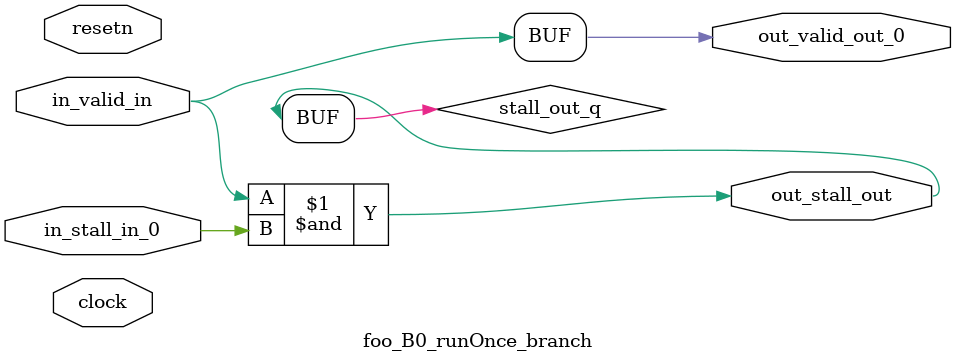
<source format=sv>



(* altera_attribute = "-name AUTO_SHIFT_REGISTER_RECOGNITION OFF; -name MESSAGE_DISABLE 10036; -name MESSAGE_DISABLE 10037; -name MESSAGE_DISABLE 14130; -name MESSAGE_DISABLE 14320; -name MESSAGE_DISABLE 15400; -name MESSAGE_DISABLE 14130; -name MESSAGE_DISABLE 10036; -name MESSAGE_DISABLE 12020; -name MESSAGE_DISABLE 12030; -name MESSAGE_DISABLE 12010; -name MESSAGE_DISABLE 12110; -name MESSAGE_DISABLE 14320; -name MESSAGE_DISABLE 13410; -name MESSAGE_DISABLE 113007; -name MESSAGE_DISABLE 10958" *)
module foo_B0_runOnce_branch (
    input wire [0:0] in_stall_in_0,
    input wire [0:0] in_valid_in,
    output wire [0:0] out_stall_out,
    output wire [0:0] out_valid_out_0,
    input wire clock,
    input wire resetn
    );

    wire [0:0] stall_out_q;


    // stall_out(LOGICAL,6)
    assign stall_out_q = in_valid_in & in_stall_in_0;

    // out_stall_out(GPOUT,4)
    assign out_stall_out = stall_out_q;

    // out_valid_out_0(GPOUT,5)
    assign out_valid_out_0 = in_valid_in;

endmodule

</source>
